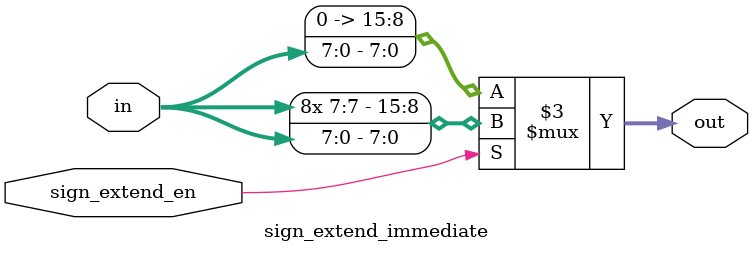
<source format=v>
module sign_extend_immediate (
    input wire [7:0] in,        // 8-bit input number
    input wire sign_extend_en,  // Control signal for enabling sign extension
    output reg [15:0] out       // 16-bit output number
);

    always @(*) begin
        if (sign_extend_en) begin
            // If sign_extend_en is high, perform sign extension
            out = {{8{in[7]}}, in};  // Replicate the sign bit (in[7]) and concatenate with the input
        end else begin
            // If sign_extend_en is low, zero-extend the input
            out = {8'b0, in};  // Concatenate 8 zeros with the input
        end
    end

endmodule

</source>
